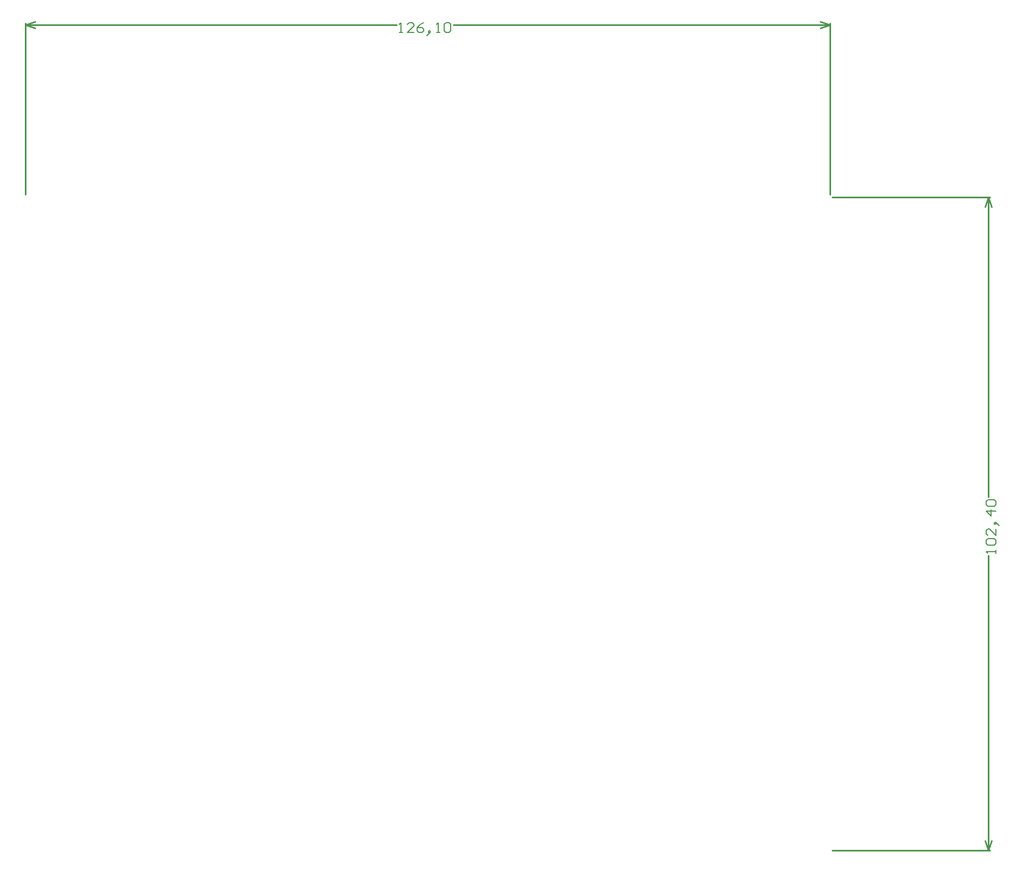
<source format=gm1>
G04*
G04 #@! TF.GenerationSoftware,Altium Limited,Altium Designer,19.1.7 (138)*
G04*
G04 Layer_Color=16711935*
%FSAX25Y25*%
%MOIN*%
G70*
G01*
G75*
%ADD74C,0.01000*%
%ADD143C,0.00600*%
D74*
X0693740Y0502756D02*
X0695740Y0496756D01*
X0691740D02*
X0693740Y0502756D01*
X0691740Y0105606D02*
X0693740Y0099606D01*
X0695740Y0105606D01*
X0693740Y0317676D02*
Y0502756D01*
Y0099606D02*
Y0281486D01*
X0597457Y0502756D02*
X0694740D01*
X0597457Y0099606D02*
X0694740D01*
X0590063Y0606937D02*
X0596063Y0608937D01*
X0590063Y0610937D02*
X0596063Y0608937D01*
X0099606D02*
X0105606Y0610937D01*
X0099606Y0608937D02*
X0105606Y0606937D01*
X0363829Y0608937D02*
X0596063D01*
X0099606D02*
X0328640D01*
X0596063Y0504150D02*
Y0609937D01*
X0099606Y0504150D02*
Y0609937D01*
D143*
X0698339Y0283086D02*
Y0285086D01*
Y0284086D01*
X0692341D01*
X0693340Y0283086D01*
Y0288085D02*
X0692341Y0289085D01*
Y0291084D01*
X0693340Y0292084D01*
X0697339D01*
X0698339Y0291084D01*
Y0289085D01*
X0697339Y0288085D01*
X0693340D01*
X0698339Y0298082D02*
Y0294083D01*
X0694340Y0298082D01*
X0693340D01*
X0692341Y0297082D01*
Y0295083D01*
X0693340Y0294083D01*
X0699338Y0301081D02*
X0698339Y0302080D01*
X0697339D01*
Y0301081D01*
X0698339D01*
Y0302080D01*
X0699338Y0301081D01*
X0700338Y0300081D01*
X0698339Y0309078D02*
X0692341D01*
X0695340Y0306079D01*
Y0310078D01*
X0693340Y0312077D02*
X0692341Y0313077D01*
Y0315076D01*
X0693340Y0316076D01*
X0697339D01*
X0698339Y0315076D01*
Y0313077D01*
X0697339Y0312077D01*
X0693340D01*
X0330240Y0604338D02*
X0332239D01*
X0331240D01*
Y0610336D01*
X0330240Y0609337D01*
X0339237Y0604338D02*
X0335238D01*
X0339237Y0608337D01*
Y0609337D01*
X0338237Y0610336D01*
X0336238D01*
X0335238Y0609337D01*
X0345235Y0610336D02*
X0343236Y0609337D01*
X0341236Y0607337D01*
Y0605338D01*
X0342236Y0604338D01*
X0344235D01*
X0345235Y0605338D01*
Y0606338D01*
X0344235Y0607337D01*
X0341236D01*
X0348234Y0603339D02*
X0349234Y0604338D01*
Y0605338D01*
X0348234D01*
Y0604338D01*
X0349234D01*
X0348234Y0603339D01*
X0347234Y0602339D01*
X0353232Y0604338D02*
X0355232D01*
X0354232D01*
Y0610336D01*
X0353232Y0609337D01*
X0358231D02*
X0359230Y0610336D01*
X0361230D01*
X0362229Y0609337D01*
Y0605338D01*
X0361230Y0604338D01*
X0359230D01*
X0358231Y0605338D01*
Y0609337D01*
M02*

</source>
